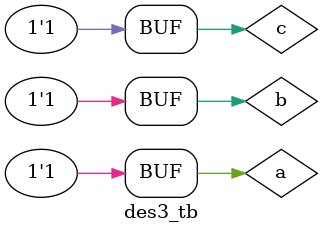
<source format=v>
module des3 (a,b,c,x);
  input a,b,c;
  output x;
  wire d;
  wire e;
   
  
xor  (d,a,b);
  xnor (e,b,c);
    and (x,d,e,c);
   
  
endmodule

module des3_tb();
  
  reg a,b,c;
  wire x;
  
  
  des3 a1(a,b,c,x);
  
  initial begin
    
    $monitor("value of a=%b, b=%b,c=%b, x=%b");
    
     a=0; b=0; c=0; 
    #15 a=1; b=0; c=0; 
    #15 a=0; b=1; c=0;
    #15 a=0; b=0; c=1;
    #50 a=1; b=1; c=0; 
    #50 a=0; b=1; c=1; 
    #50 a=1; b=0; c=1; 
    #50 a=1; b=1; c=1; 
        
  end
endmodule


</source>
